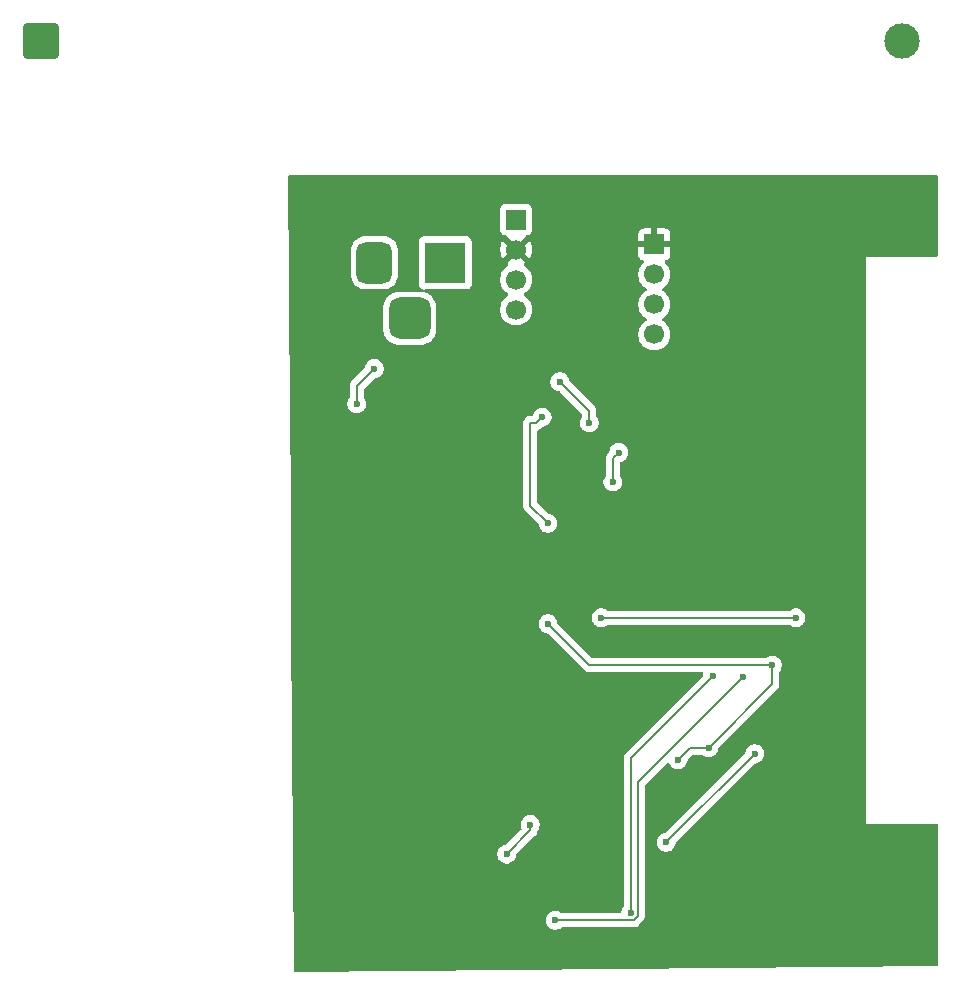
<source format=gbl>
%TF.GenerationSoftware,KiCad,Pcbnew,9.0.6*%
%TF.CreationDate,2026-01-28T16:00:35+00:00*%
%TF.ProjectId,RoomHealthBlackBox,526f6f6d-4865-4616-9c74-68426c61636b,rev?*%
%TF.SameCoordinates,Original*%
%TF.FileFunction,Copper,L2,Bot*%
%TF.FilePolarity,Positive*%
%FSLAX46Y46*%
G04 Gerber Fmt 4.6, Leading zero omitted, Abs format (unit mm)*
G04 Created by KiCad (PCBNEW 9.0.6) date 2026-01-28 16:00:35*
%MOMM*%
%LPD*%
G01*
G04 APERTURE LIST*
G04 Aperture macros list*
%AMRoundRect*
0 Rectangle with rounded corners*
0 $1 Rounding radius*
0 $2 $3 $4 $5 $6 $7 $8 $9 X,Y pos of 4 corners*
0 Add a 4 corners polygon primitive as box body*
4,1,4,$2,$3,$4,$5,$6,$7,$8,$9,$2,$3,0*
0 Add four circle primitives for the rounded corners*
1,1,$1+$1,$2,$3*
1,1,$1+$1,$4,$5*
1,1,$1+$1,$6,$7*
1,1,$1+$1,$8,$9*
0 Add four rect primitives between the rounded corners*
20,1,$1+$1,$2,$3,$4,$5,0*
20,1,$1+$1,$4,$5,$6,$7,0*
20,1,$1+$1,$6,$7,$8,$9,0*
20,1,$1+$1,$8,$9,$2,$3,0*%
G04 Aperture macros list end*
%TA.AperFunction,ComponentPad*%
%ADD10R,1.700000X1.700000*%
%TD*%
%TA.AperFunction,ComponentPad*%
%ADD11C,1.700000*%
%TD*%
%TA.AperFunction,ComponentPad*%
%ADD12R,3.500000X3.500000*%
%TD*%
%TA.AperFunction,ComponentPad*%
%ADD13RoundRect,0.750000X-0.750000X-1.000000X0.750000X-1.000000X0.750000X1.000000X-0.750000X1.000000X0*%
%TD*%
%TA.AperFunction,ComponentPad*%
%ADD14RoundRect,0.875000X-0.875000X-0.875000X0.875000X-0.875000X0.875000X0.875000X-0.875000X0.875000X0*%
%TD*%
%TA.AperFunction,HeatsinkPad*%
%ADD15C,0.600000*%
%TD*%
%TA.AperFunction,ComponentPad*%
%ADD16RoundRect,0.249999X-1.250001X-1.250001X1.250001X-1.250001X1.250001X1.250001X-1.250001X1.250001X0*%
%TD*%
%TA.AperFunction,ComponentPad*%
%ADD17C,3.000000*%
%TD*%
%TA.AperFunction,ViaPad*%
%ADD18C,0.600000*%
%TD*%
%TA.AperFunction,Conductor*%
%ADD19C,0.200000*%
%TD*%
G04 APERTURE END LIST*
D10*
%TO.P,U_CHG1,1,Pin_1*%
%TO.N,/VIN_5V*%
X150801000Y-97272840D03*
D11*
%TO.P,U_CHG1,2,Pin_2*%
%TO.N,GND*%
X150801000Y-99812840D03*
%TO.P,U_CHG1,3,Pin_3*%
%TO.N,/VBAT*%
X150801000Y-102352840D03*
%TO.P,U_CHG1,4,Pin_4*%
%TO.N,Net-(U_CHG1-Pin_4)*%
X150801000Y-104892840D03*
%TD*%
D10*
%TO.P,J_MIC1,1,Pin_1*%
%TO.N,GND*%
X162500000Y-99380000D03*
D11*
%TO.P,J_MIC1,2,Pin_2*%
%TO.N,/MIC_IN_AC*%
X162500000Y-101920000D03*
%TO.P,J_MIC1,3,Pin_3*%
%TO.N,+3V3*%
X162500000Y-104460000D03*
%TO.P,J_MIC1,4*%
%TO.N,N/C*%
X162500000Y-107000000D03*
%TD*%
D12*
%TO.P,J1,1*%
%TO.N,/VIN_5V*%
X144801000Y-100935340D03*
D13*
%TO.P,J1,2*%
%TO.N,Net-(U_CHG1-Pin_4)*%
X138801000Y-100935340D03*
D14*
%TO.P,J1,3*%
%TO.N,N/C*%
X141801000Y-105635340D03*
%TD*%
D15*
%TO.P,U1,39,GND*%
%TO.N,GND*%
X172287500Y-122212500D03*
X170762500Y-122212500D03*
X173050000Y-122975000D03*
X171525000Y-122975000D03*
X170000000Y-122975000D03*
X172287500Y-123737500D03*
X170762500Y-123737500D03*
X173050000Y-124500000D03*
X171525000Y-124500000D03*
X170000000Y-124500000D03*
X172287500Y-125262500D03*
X170762500Y-125262500D03*
%TD*%
D16*
%TO.P,BT1,1,+*%
%TO.N,/VBAT*%
X110545000Y-82200000D03*
D17*
%TO.P,BT1,2,-*%
%TO.N,GND*%
X183445000Y-82200000D03*
%TD*%
D18*
%TO.N,GND*%
X171505000Y-149500000D03*
X156500000Y-117000000D03*
X141451000Y-110192840D03*
X153801000Y-109892840D03*
X159000000Y-130000000D03*
X178865000Y-133167500D03*
X167000000Y-104500000D03*
X149325000Y-129650000D03*
X138250000Y-144020000D03*
X163750000Y-145825000D03*
X148055000Y-120350000D03*
X158470000Y-148175000D03*
X138250000Y-151980000D03*
X174005000Y-145350000D03*
X178865000Y-115667500D03*
X151801000Y-113392840D03*
X174005000Y-153650000D03*
X162000000Y-150000000D03*
X165500000Y-99500000D03*
X183445000Y-93945000D03*
X150335000Y-154325000D03*
X137500000Y-115500000D03*
X153135000Y-129650000D03*
X150595000Y-129650000D03*
X159500000Y-133500000D03*
X161105000Y-118707500D03*
X149325000Y-120350000D03*
X150595000Y-120350000D03*
X170500000Y-98000000D03*
X148055000Y-129650000D03*
X151865000Y-129650000D03*
%TO.N,/VBAT*%
X137301000Y-112892840D03*
X153500000Y-123000000D03*
X153000000Y-114000000D03*
X138801000Y-109892840D03*
%TO.N,/SPI_MOSI*%
X163500000Y-150000000D03*
X171000000Y-142500000D03*
%TO.N,/SPI_CS_SD*%
X160500000Y-156000000D03*
X167435000Y-135935000D03*
%TO.N,/SPI_SCK*%
X170000000Y-136000000D03*
X154101000Y-156601000D03*
%TO.N,/SPI_MISO*%
X150000000Y-151000000D03*
X152000000Y-148500000D03*
%TO.N,/I2C_SDA*%
X167101000Y-142000000D03*
X164500000Y-143000000D03*
X153500000Y-131500000D03*
X172500000Y-135000000D03*
%TO.N,/I2C_SCL*%
X158000000Y-131000000D03*
X174500000Y-131000000D03*
%TO.N,Net-(U1-IO27)*%
X159000000Y-119500000D03*
X159500000Y-117000000D03*
%TO.N,/ADC_VBAT*%
X157000000Y-114500000D03*
X154500000Y-111000000D03*
%TD*%
D19*
%TO.N,/VBAT*%
X137301000Y-111392840D02*
X137301000Y-112892840D01*
X152000000Y-114500000D02*
X152000000Y-121500000D01*
X152000000Y-121500000D02*
X153500000Y-123000000D01*
X153000000Y-114000000D02*
X152500000Y-114500000D01*
X152500000Y-114500000D02*
X152000000Y-114500000D01*
X138801000Y-109892840D02*
X137301000Y-111392840D01*
%TO.N,/SPI_MOSI*%
X171000000Y-142500000D02*
X163500000Y-150000000D01*
%TO.N,/SPI_CS_SD*%
X167435000Y-135935000D02*
X160500000Y-142870000D01*
X160500000Y-142870000D02*
X160500000Y-156000000D01*
%TO.N,/SPI_SCK*%
X160748943Y-156601000D02*
X154101000Y-156601000D01*
X161101000Y-144899000D02*
X161101000Y-156248943D01*
X161101000Y-156248943D02*
X160748943Y-156601000D01*
X170000000Y-136000000D02*
X161101000Y-144899000D01*
%TO.N,/SPI_MISO*%
X152000000Y-149000000D02*
X152000000Y-148500000D01*
X150000000Y-151000000D02*
X152000000Y-149000000D01*
%TO.N,/I2C_SDA*%
X153500000Y-131500000D02*
X157000000Y-135000000D01*
X172500000Y-136601000D02*
X167101000Y-142000000D01*
X164500000Y-143000000D02*
X165500000Y-142000000D01*
X172500000Y-135000000D02*
X172500000Y-136601000D01*
X165500000Y-142000000D02*
X167101000Y-142000000D01*
X157000000Y-135000000D02*
X172500000Y-135000000D01*
%TO.N,/I2C_SCL*%
X158000000Y-131000000D02*
X174500000Y-131000000D01*
%TO.N,Net-(U1-IO27)*%
X159000000Y-119500000D02*
X159000000Y-117500000D01*
X159000000Y-117500000D02*
X159500000Y-117000000D01*
%TO.N,/ADC_VBAT*%
X154500000Y-111000000D02*
X157000000Y-113500000D01*
X157000000Y-113500000D02*
X157000000Y-114500000D01*
%TD*%
%TA.AperFunction,Conductor*%
%TO.N,GND*%
G36*
X186442539Y-93519685D02*
G01*
X186488294Y-93572489D01*
X186499500Y-93624000D01*
X186499500Y-100293500D01*
X186479815Y-100360539D01*
X186427011Y-100406294D01*
X186375500Y-100417500D01*
X180415000Y-100417500D01*
X180415000Y-148417500D01*
X186375500Y-148417500D01*
X186442539Y-148437185D01*
X186488294Y-148489989D01*
X186499500Y-148541500D01*
X186499500Y-160381051D01*
X186479815Y-160448090D01*
X186427011Y-160493845D01*
X186376607Y-160505046D01*
X132120443Y-160989475D01*
X132053231Y-160970390D01*
X132007006Y-160917996D01*
X131995340Y-160866399D01*
X131922213Y-150921153D01*
X149199500Y-150921153D01*
X149199500Y-151078846D01*
X149230261Y-151233489D01*
X149230264Y-151233501D01*
X149290602Y-151379172D01*
X149290609Y-151379185D01*
X149378210Y-151510288D01*
X149378213Y-151510292D01*
X149489707Y-151621786D01*
X149489711Y-151621789D01*
X149620814Y-151709390D01*
X149620827Y-151709397D01*
X149766498Y-151769735D01*
X149766503Y-151769737D01*
X149921153Y-151800499D01*
X149921156Y-151800500D01*
X149921158Y-151800500D01*
X150078844Y-151800500D01*
X150078845Y-151800499D01*
X150233497Y-151769737D01*
X150379179Y-151709394D01*
X150510289Y-151621789D01*
X150621789Y-151510289D01*
X150709394Y-151379179D01*
X150769737Y-151233497D01*
X150789113Y-151136085D01*
X150800638Y-151078150D01*
X150833023Y-151016239D01*
X150834519Y-151014715D01*
X152358506Y-149490727D01*
X152358511Y-149490724D01*
X152368714Y-149480520D01*
X152368716Y-149480520D01*
X152480520Y-149368716D01*
X152537665Y-149269737D01*
X152559577Y-149231785D01*
X152600500Y-149079057D01*
X152600500Y-149079048D01*
X152601561Y-149070997D01*
X152603018Y-149071188D01*
X152620185Y-149012726D01*
X152621398Y-149010874D01*
X152709390Y-148879185D01*
X152709390Y-148879184D01*
X152709394Y-148879179D01*
X152769737Y-148733497D01*
X152800500Y-148578842D01*
X152800500Y-148421158D01*
X152800500Y-148421155D01*
X152800499Y-148421153D01*
X152769738Y-148266510D01*
X152769737Y-148266503D01*
X152769735Y-148266498D01*
X152709397Y-148120827D01*
X152709390Y-148120814D01*
X152621789Y-147989711D01*
X152621786Y-147989707D01*
X152510292Y-147878213D01*
X152510288Y-147878210D01*
X152379185Y-147790609D01*
X152379172Y-147790602D01*
X152233501Y-147730264D01*
X152233489Y-147730261D01*
X152078845Y-147699500D01*
X152078842Y-147699500D01*
X151921158Y-147699500D01*
X151921155Y-147699500D01*
X151766510Y-147730261D01*
X151766498Y-147730264D01*
X151620827Y-147790602D01*
X151620814Y-147790609D01*
X151489711Y-147878210D01*
X151489707Y-147878213D01*
X151378213Y-147989707D01*
X151378210Y-147989711D01*
X151290609Y-148120814D01*
X151290602Y-148120827D01*
X151230264Y-148266498D01*
X151230261Y-148266510D01*
X151199500Y-148421153D01*
X151199500Y-148578846D01*
X151230261Y-148733489D01*
X151230264Y-148733501D01*
X151253328Y-148789182D01*
X151260797Y-148858651D01*
X151229522Y-148921130D01*
X151226448Y-148924315D01*
X149985339Y-150165425D01*
X149924016Y-150198910D01*
X149921850Y-150199361D01*
X149766508Y-150230261D01*
X149766498Y-150230264D01*
X149620827Y-150290602D01*
X149620814Y-150290609D01*
X149489711Y-150378210D01*
X149489707Y-150378213D01*
X149378213Y-150489707D01*
X149378210Y-150489711D01*
X149290609Y-150620814D01*
X149290602Y-150620827D01*
X149230264Y-150766498D01*
X149230261Y-150766510D01*
X149199500Y-150921153D01*
X131922213Y-150921153D01*
X131778831Y-131421153D01*
X152699500Y-131421153D01*
X152699500Y-131578846D01*
X152730261Y-131733489D01*
X152730264Y-131733501D01*
X152790602Y-131879172D01*
X152790609Y-131879185D01*
X152878210Y-132010288D01*
X152878213Y-132010292D01*
X152989707Y-132121786D01*
X152989711Y-132121789D01*
X153120814Y-132209390D01*
X153120827Y-132209397D01*
X153266498Y-132269735D01*
X153266503Y-132269737D01*
X153331147Y-132282595D01*
X153421849Y-132300638D01*
X153483760Y-132333023D01*
X153485339Y-132334574D01*
X156515139Y-135364374D01*
X156515149Y-135364385D01*
X156519479Y-135368715D01*
X156519480Y-135368716D01*
X156631284Y-135480520D01*
X156631286Y-135480521D01*
X156631290Y-135480524D01*
X156768209Y-135559573D01*
X156768216Y-135559577D01*
X156880019Y-135589534D01*
X156920942Y-135600500D01*
X156920943Y-135600500D01*
X166534259Y-135600500D01*
X166554474Y-135606435D01*
X166575513Y-135607564D01*
X166587326Y-135616082D01*
X166601298Y-135620185D01*
X166615092Y-135636104D01*
X166632185Y-135648430D01*
X166637518Y-135661985D01*
X166647053Y-135672989D01*
X166650051Y-135693840D01*
X166657766Y-135713449D01*
X166656436Y-135738246D01*
X166656997Y-135742147D01*
X166655876Y-135748691D01*
X166655876Y-135748692D01*
X166634361Y-135856850D01*
X166601976Y-135918761D01*
X166600425Y-135920339D01*
X160019481Y-142501282D01*
X160019475Y-142501290D01*
X159976075Y-142576463D01*
X159976075Y-142576464D01*
X159940423Y-142638214D01*
X159940423Y-142638215D01*
X159899499Y-142790943D01*
X159899499Y-142790945D01*
X159899499Y-142959046D01*
X159899500Y-142959059D01*
X159899500Y-155420234D01*
X159879815Y-155487273D01*
X159878602Y-155489125D01*
X159790609Y-155620814D01*
X159790602Y-155620827D01*
X159730264Y-155766498D01*
X159730261Y-155766510D01*
X159703571Y-155900691D01*
X159671186Y-155962602D01*
X159610471Y-155997176D01*
X159581954Y-156000500D01*
X154680766Y-156000500D01*
X154613727Y-155980815D01*
X154611875Y-155979602D01*
X154480185Y-155891609D01*
X154480172Y-155891602D01*
X154334501Y-155831264D01*
X154334489Y-155831261D01*
X154179845Y-155800500D01*
X154179842Y-155800500D01*
X154022158Y-155800500D01*
X154022155Y-155800500D01*
X153867510Y-155831261D01*
X153867498Y-155831264D01*
X153721827Y-155891602D01*
X153721814Y-155891609D01*
X153590711Y-155979210D01*
X153590707Y-155979213D01*
X153479213Y-156090707D01*
X153479210Y-156090711D01*
X153391609Y-156221814D01*
X153391602Y-156221827D01*
X153331264Y-156367498D01*
X153331261Y-156367510D01*
X153300500Y-156522153D01*
X153300500Y-156679846D01*
X153331261Y-156834489D01*
X153331264Y-156834501D01*
X153391602Y-156980172D01*
X153391609Y-156980185D01*
X153479210Y-157111288D01*
X153479213Y-157111292D01*
X153590707Y-157222786D01*
X153590711Y-157222789D01*
X153721814Y-157310390D01*
X153721827Y-157310397D01*
X153867498Y-157370735D01*
X153867503Y-157370737D01*
X154022153Y-157401499D01*
X154022156Y-157401500D01*
X154022158Y-157401500D01*
X154179844Y-157401500D01*
X154179845Y-157401499D01*
X154334497Y-157370737D01*
X154480179Y-157310394D01*
X154480185Y-157310390D01*
X154611875Y-157222398D01*
X154678553Y-157201520D01*
X154680766Y-157201500D01*
X160662274Y-157201500D01*
X160662290Y-157201501D01*
X160669886Y-157201501D01*
X160827997Y-157201501D01*
X160828000Y-157201501D01*
X160980728Y-157160577D01*
X161030847Y-157131639D01*
X161117659Y-157081520D01*
X161229463Y-156969716D01*
X161229464Y-156969714D01*
X161581520Y-156617659D01*
X161660577Y-156480728D01*
X161701501Y-156328000D01*
X161701501Y-156169885D01*
X161701501Y-156162290D01*
X161701500Y-156162272D01*
X161701500Y-149921153D01*
X162699500Y-149921153D01*
X162699500Y-150078846D01*
X162730261Y-150233489D01*
X162730264Y-150233501D01*
X162790602Y-150379172D01*
X162790609Y-150379185D01*
X162878210Y-150510288D01*
X162878213Y-150510292D01*
X162989707Y-150621786D01*
X162989711Y-150621789D01*
X163120814Y-150709390D01*
X163120827Y-150709397D01*
X163258683Y-150766498D01*
X163266503Y-150769737D01*
X163421153Y-150800499D01*
X163421156Y-150800500D01*
X163421158Y-150800500D01*
X163578844Y-150800500D01*
X163578845Y-150800499D01*
X163733497Y-150769737D01*
X163879179Y-150709394D01*
X164010289Y-150621789D01*
X164121789Y-150510289D01*
X164209394Y-150379179D01*
X164269737Y-150233497D01*
X164289113Y-150136085D01*
X164300638Y-150078150D01*
X164333023Y-150016239D01*
X164334518Y-150014716D01*
X171014664Y-143334571D01*
X171075985Y-143301088D01*
X171078152Y-143300637D01*
X171078841Y-143300500D01*
X171078842Y-143300500D01*
X171233497Y-143269737D01*
X171379179Y-143209394D01*
X171510289Y-143121789D01*
X171621789Y-143010289D01*
X171709394Y-142879179D01*
X171769737Y-142733497D01*
X171800500Y-142578842D01*
X171800500Y-142421158D01*
X171800500Y-142421155D01*
X171800499Y-142421153D01*
X171769738Y-142266510D01*
X171769738Y-142266508D01*
X171769737Y-142266503D01*
X171756062Y-142233489D01*
X171709397Y-142120827D01*
X171709390Y-142120814D01*
X171621789Y-141989711D01*
X171621786Y-141989707D01*
X171510292Y-141878213D01*
X171510288Y-141878210D01*
X171379185Y-141790609D01*
X171379172Y-141790602D01*
X171233501Y-141730264D01*
X171233489Y-141730261D01*
X171078845Y-141699500D01*
X171078842Y-141699500D01*
X170921158Y-141699500D01*
X170921155Y-141699500D01*
X170766510Y-141730261D01*
X170766498Y-141730264D01*
X170620827Y-141790602D01*
X170620814Y-141790609D01*
X170489711Y-141878210D01*
X170489707Y-141878213D01*
X170378213Y-141989707D01*
X170378210Y-141989711D01*
X170290609Y-142120814D01*
X170290602Y-142120827D01*
X170230264Y-142266498D01*
X170230261Y-142266508D01*
X170199362Y-142421848D01*
X170166977Y-142483759D01*
X170165426Y-142485337D01*
X163485339Y-149165425D01*
X163424016Y-149198910D01*
X163421850Y-149199361D01*
X163266508Y-149230261D01*
X163266498Y-149230264D01*
X163120827Y-149290602D01*
X163120814Y-149290609D01*
X162989711Y-149378210D01*
X162989707Y-149378213D01*
X162878213Y-149489707D01*
X162878210Y-149489711D01*
X162790609Y-149620814D01*
X162790602Y-149620827D01*
X162730264Y-149766498D01*
X162730261Y-149766510D01*
X162699500Y-149921153D01*
X161701500Y-149921153D01*
X161701500Y-145199096D01*
X161721185Y-145132057D01*
X161737814Y-145111420D01*
X163565496Y-143283737D01*
X163626817Y-143250254D01*
X163696509Y-143255238D01*
X163752442Y-143297110D01*
X163767736Y-143323967D01*
X163790604Y-143379175D01*
X163790609Y-143379185D01*
X163878210Y-143510288D01*
X163878213Y-143510292D01*
X163989707Y-143621786D01*
X163989711Y-143621789D01*
X164120814Y-143709390D01*
X164120827Y-143709397D01*
X164266498Y-143769735D01*
X164266503Y-143769737D01*
X164421153Y-143800499D01*
X164421156Y-143800500D01*
X164421158Y-143800500D01*
X164578844Y-143800500D01*
X164578845Y-143800499D01*
X164733497Y-143769737D01*
X164879179Y-143709394D01*
X165010289Y-143621789D01*
X165121789Y-143510289D01*
X165209394Y-143379179D01*
X165269737Y-143233497D01*
X165300500Y-143078842D01*
X165300638Y-143078150D01*
X165333023Y-143016239D01*
X165334514Y-143014720D01*
X165712417Y-142636819D01*
X165773740Y-142603334D01*
X165800098Y-142600500D01*
X166521234Y-142600500D01*
X166588273Y-142620185D01*
X166590125Y-142621398D01*
X166721814Y-142709390D01*
X166721827Y-142709397D01*
X166867498Y-142769735D01*
X166867503Y-142769737D01*
X167022153Y-142800499D01*
X167022156Y-142800500D01*
X167022158Y-142800500D01*
X167179844Y-142800500D01*
X167179845Y-142800499D01*
X167334497Y-142769737D01*
X167480179Y-142709394D01*
X167611289Y-142621789D01*
X167722789Y-142510289D01*
X167810394Y-142379179D01*
X167870737Y-142233497D01*
X167901500Y-142078842D01*
X167901638Y-142078150D01*
X167934023Y-142016239D01*
X167935518Y-142014716D01*
X172868713Y-137081521D01*
X172868716Y-137081520D01*
X172980520Y-136969716D01*
X173030639Y-136882904D01*
X173059577Y-136832785D01*
X173100501Y-136680057D01*
X173100501Y-136521943D01*
X173100501Y-136514348D01*
X173100500Y-136514330D01*
X173100500Y-135579765D01*
X173120185Y-135512726D01*
X173121398Y-135510874D01*
X173209390Y-135379185D01*
X173209390Y-135379184D01*
X173209394Y-135379179D01*
X173269737Y-135233497D01*
X173300500Y-135078842D01*
X173300500Y-134921158D01*
X173300500Y-134921155D01*
X173300499Y-134921153D01*
X173269738Y-134766510D01*
X173269737Y-134766503D01*
X173269735Y-134766498D01*
X173209397Y-134620827D01*
X173209390Y-134620814D01*
X173121789Y-134489711D01*
X173121786Y-134489707D01*
X173010292Y-134378213D01*
X173010288Y-134378210D01*
X172879185Y-134290609D01*
X172879172Y-134290602D01*
X172733501Y-134230264D01*
X172733489Y-134230261D01*
X172578845Y-134199500D01*
X172578842Y-134199500D01*
X172421158Y-134199500D01*
X172421155Y-134199500D01*
X172266510Y-134230261D01*
X172266498Y-134230264D01*
X172120827Y-134290602D01*
X172120814Y-134290609D01*
X171989125Y-134378602D01*
X171922447Y-134399480D01*
X171920234Y-134399500D01*
X157300097Y-134399500D01*
X157233058Y-134379815D01*
X157212416Y-134363181D01*
X154334574Y-131485339D01*
X154301089Y-131424016D01*
X154300638Y-131421849D01*
X154269738Y-131266510D01*
X154269737Y-131266503D01*
X154256062Y-131233489D01*
X154209397Y-131120827D01*
X154209390Y-131120814D01*
X154121790Y-130989712D01*
X154121784Y-130989705D01*
X154053232Y-130921153D01*
X157199500Y-130921153D01*
X157199500Y-131078846D01*
X157230261Y-131233489D01*
X157230264Y-131233501D01*
X157290602Y-131379172D01*
X157290609Y-131379185D01*
X157378210Y-131510288D01*
X157378213Y-131510292D01*
X157489707Y-131621786D01*
X157489711Y-131621789D01*
X157620814Y-131709390D01*
X157620827Y-131709397D01*
X157766498Y-131769735D01*
X157766503Y-131769737D01*
X157921153Y-131800499D01*
X157921156Y-131800500D01*
X157921158Y-131800500D01*
X158078844Y-131800500D01*
X158078845Y-131800499D01*
X158233497Y-131769737D01*
X158379179Y-131709394D01*
X158379185Y-131709390D01*
X158510875Y-131621398D01*
X158577553Y-131600520D01*
X158579766Y-131600500D01*
X173920234Y-131600500D01*
X173987273Y-131620185D01*
X173989125Y-131621398D01*
X174120814Y-131709390D01*
X174120827Y-131709397D01*
X174266498Y-131769735D01*
X174266503Y-131769737D01*
X174421153Y-131800499D01*
X174421156Y-131800500D01*
X174421158Y-131800500D01*
X174578844Y-131800500D01*
X174578845Y-131800499D01*
X174733497Y-131769737D01*
X174879179Y-131709394D01*
X175010289Y-131621789D01*
X175121789Y-131510289D01*
X175209394Y-131379179D01*
X175269737Y-131233497D01*
X175300500Y-131078842D01*
X175300500Y-130921158D01*
X175300500Y-130921155D01*
X175300499Y-130921153D01*
X175274531Y-130790606D01*
X175269737Y-130766503D01*
X175269735Y-130766498D01*
X175209397Y-130620827D01*
X175209390Y-130620814D01*
X175121789Y-130489711D01*
X175121786Y-130489707D01*
X175010292Y-130378213D01*
X175010288Y-130378210D01*
X174879185Y-130290609D01*
X174879172Y-130290602D01*
X174733501Y-130230264D01*
X174733489Y-130230261D01*
X174578845Y-130199500D01*
X174578842Y-130199500D01*
X174421158Y-130199500D01*
X174421155Y-130199500D01*
X174266510Y-130230261D01*
X174266498Y-130230264D01*
X174120827Y-130290602D01*
X174120814Y-130290609D01*
X173989125Y-130378602D01*
X173922447Y-130399480D01*
X173920234Y-130399500D01*
X158579766Y-130399500D01*
X158512727Y-130379815D01*
X158510875Y-130378602D01*
X158379185Y-130290609D01*
X158379172Y-130290602D01*
X158233501Y-130230264D01*
X158233489Y-130230261D01*
X158078845Y-130199500D01*
X158078842Y-130199500D01*
X157921158Y-130199500D01*
X157921155Y-130199500D01*
X157766510Y-130230261D01*
X157766498Y-130230264D01*
X157620827Y-130290602D01*
X157620814Y-130290609D01*
X157489711Y-130378210D01*
X157489707Y-130378213D01*
X157378213Y-130489707D01*
X157378210Y-130489711D01*
X157290609Y-130620814D01*
X157290602Y-130620827D01*
X157230264Y-130766498D01*
X157230261Y-130766510D01*
X157199500Y-130921153D01*
X154053232Y-130921153D01*
X154010292Y-130878213D01*
X154010288Y-130878210D01*
X153879185Y-130790609D01*
X153879172Y-130790602D01*
X153733501Y-130730264D01*
X153733489Y-130730261D01*
X153578845Y-130699500D01*
X153578842Y-130699500D01*
X153421158Y-130699500D01*
X153421155Y-130699500D01*
X153266510Y-130730261D01*
X153266498Y-130730264D01*
X153120827Y-130790602D01*
X153120814Y-130790609D01*
X152989711Y-130878210D01*
X152989707Y-130878213D01*
X152878213Y-130989707D01*
X152878210Y-130989711D01*
X152790609Y-131120814D01*
X152790602Y-131120827D01*
X152730264Y-131266498D01*
X152730261Y-131266510D01*
X152699500Y-131421153D01*
X131778831Y-131421153D01*
X131706463Y-121579054D01*
X151399498Y-121579054D01*
X151440423Y-121731785D01*
X151469358Y-121781900D01*
X151469359Y-121781904D01*
X151469360Y-121781904D01*
X151519479Y-121868714D01*
X151519481Y-121868717D01*
X151638349Y-121987585D01*
X151638355Y-121987590D01*
X152665425Y-123014660D01*
X152698910Y-123075983D01*
X152699361Y-123078149D01*
X152730261Y-123233491D01*
X152730264Y-123233501D01*
X152790602Y-123379172D01*
X152790609Y-123379185D01*
X152878210Y-123510288D01*
X152878213Y-123510292D01*
X152989707Y-123621786D01*
X152989711Y-123621789D01*
X153120814Y-123709390D01*
X153120827Y-123709397D01*
X153266498Y-123769735D01*
X153266503Y-123769737D01*
X153421153Y-123800499D01*
X153421156Y-123800500D01*
X153421158Y-123800500D01*
X153578844Y-123800500D01*
X153578845Y-123800499D01*
X153733497Y-123769737D01*
X153879179Y-123709394D01*
X154010289Y-123621789D01*
X154121789Y-123510289D01*
X154209394Y-123379179D01*
X154269737Y-123233497D01*
X154300500Y-123078842D01*
X154300500Y-122921158D01*
X154300500Y-122921155D01*
X154300499Y-122921153D01*
X154269738Y-122766510D01*
X154269737Y-122766503D01*
X154269735Y-122766498D01*
X154209397Y-122620827D01*
X154209390Y-122620814D01*
X154121789Y-122489711D01*
X154121786Y-122489707D01*
X154010292Y-122378213D01*
X154010288Y-122378210D01*
X153879185Y-122290609D01*
X153879172Y-122290602D01*
X153733501Y-122230264D01*
X153733491Y-122230261D01*
X153578149Y-122199361D01*
X153516238Y-122166976D01*
X153514660Y-122165425D01*
X152636819Y-121287584D01*
X152603334Y-121226261D01*
X152600500Y-121199903D01*
X152600500Y-119421153D01*
X158199500Y-119421153D01*
X158199500Y-119578846D01*
X158230261Y-119733489D01*
X158230264Y-119733501D01*
X158290602Y-119879172D01*
X158290609Y-119879185D01*
X158378210Y-120010288D01*
X158378213Y-120010292D01*
X158489707Y-120121786D01*
X158489711Y-120121789D01*
X158620814Y-120209390D01*
X158620827Y-120209397D01*
X158766498Y-120269735D01*
X158766503Y-120269737D01*
X158921153Y-120300499D01*
X158921156Y-120300500D01*
X158921158Y-120300500D01*
X159078844Y-120300500D01*
X159078845Y-120300499D01*
X159233497Y-120269737D01*
X159379179Y-120209394D01*
X159510289Y-120121789D01*
X159621789Y-120010289D01*
X159709394Y-119879179D01*
X159769737Y-119733497D01*
X159800500Y-119578842D01*
X159800500Y-119421158D01*
X159800500Y-119421155D01*
X159800499Y-119421153D01*
X159769738Y-119266510D01*
X159769737Y-119266503D01*
X159769735Y-119266498D01*
X159709397Y-119120827D01*
X159709390Y-119120814D01*
X159621398Y-118989125D01*
X159600520Y-118922447D01*
X159600500Y-118920234D01*
X159600500Y-117897955D01*
X159620185Y-117830916D01*
X159672989Y-117785161D01*
X159700303Y-117776339D01*
X159733497Y-117769737D01*
X159879179Y-117709394D01*
X160010289Y-117621789D01*
X160121789Y-117510289D01*
X160209394Y-117379179D01*
X160269737Y-117233497D01*
X160300500Y-117078842D01*
X160300500Y-116921158D01*
X160300500Y-116921155D01*
X160300499Y-116921153D01*
X160269738Y-116766510D01*
X160269738Y-116766508D01*
X160269737Y-116766503D01*
X160269735Y-116766498D01*
X160209397Y-116620827D01*
X160209390Y-116620814D01*
X160121789Y-116489711D01*
X160121786Y-116489707D01*
X160010292Y-116378213D01*
X160010288Y-116378210D01*
X159879185Y-116290609D01*
X159879172Y-116290602D01*
X159733501Y-116230264D01*
X159733489Y-116230261D01*
X159578845Y-116199500D01*
X159578842Y-116199500D01*
X159421158Y-116199500D01*
X159421155Y-116199500D01*
X159266510Y-116230261D01*
X159266498Y-116230264D01*
X159120827Y-116290602D01*
X159120814Y-116290609D01*
X158989711Y-116378210D01*
X158989707Y-116378213D01*
X158878213Y-116489707D01*
X158878210Y-116489711D01*
X158790609Y-116620814D01*
X158790602Y-116620827D01*
X158730264Y-116766498D01*
X158730261Y-116766508D01*
X158699362Y-116921847D01*
X158690597Y-116938602D01*
X158686578Y-116957081D01*
X158667834Y-116982118D01*
X158666977Y-116983758D01*
X158665427Y-116985335D01*
X158624224Y-117026538D01*
X158624212Y-117026552D01*
X158519478Y-117131286D01*
X158469361Y-117218094D01*
X158469359Y-117218096D01*
X158440425Y-117268209D01*
X158440424Y-117268210D01*
X158440423Y-117268215D01*
X158399499Y-117420943D01*
X158399499Y-117420945D01*
X158399499Y-117589046D01*
X158399500Y-117589059D01*
X158399500Y-118920234D01*
X158379815Y-118987273D01*
X158378602Y-118989125D01*
X158290609Y-119120814D01*
X158290602Y-119120827D01*
X158230264Y-119266498D01*
X158230261Y-119266510D01*
X158199500Y-119421153D01*
X152600500Y-119421153D01*
X152600500Y-115189903D01*
X152620185Y-115122864D01*
X152672989Y-115077109D01*
X152675088Y-115076173D01*
X152683519Y-115072509D01*
X152731785Y-115059577D01*
X152781904Y-115030639D01*
X152868716Y-114980520D01*
X152980520Y-114868716D01*
X152980521Y-114868714D01*
X153014662Y-114834572D01*
X153075983Y-114801089D01*
X153078150Y-114800638D01*
X153136085Y-114789113D01*
X153233497Y-114769737D01*
X153379179Y-114709394D01*
X153510289Y-114621789D01*
X153621789Y-114510289D01*
X153709394Y-114379179D01*
X153769737Y-114233497D01*
X153800500Y-114078842D01*
X153800500Y-113921158D01*
X153800500Y-113921155D01*
X153800499Y-113921153D01*
X153776419Y-113800097D01*
X153769737Y-113766503D01*
X153739432Y-113693339D01*
X153709397Y-113620827D01*
X153709390Y-113620814D01*
X153621789Y-113489711D01*
X153621786Y-113489707D01*
X153510292Y-113378213D01*
X153510288Y-113378210D01*
X153379185Y-113290609D01*
X153379172Y-113290602D01*
X153233501Y-113230264D01*
X153233489Y-113230261D01*
X153078845Y-113199500D01*
X153078842Y-113199500D01*
X152921158Y-113199500D01*
X152921155Y-113199500D01*
X152766510Y-113230261D01*
X152766498Y-113230264D01*
X152620827Y-113290602D01*
X152620814Y-113290609D01*
X152489711Y-113378210D01*
X152489707Y-113378213D01*
X152378213Y-113489707D01*
X152378210Y-113489711D01*
X152290609Y-113620814D01*
X152290602Y-113620827D01*
X152230264Y-113766498D01*
X152230261Y-113766510D01*
X152223661Y-113799691D01*
X152191276Y-113861602D01*
X152130561Y-113896176D01*
X152102044Y-113899500D01*
X151920943Y-113899500D01*
X151768216Y-113940423D01*
X151768209Y-113940426D01*
X151631290Y-114019475D01*
X151631282Y-114019481D01*
X151519481Y-114131282D01*
X151519475Y-114131290D01*
X151440426Y-114268209D01*
X151440423Y-114268216D01*
X151399500Y-114420943D01*
X151399500Y-121413330D01*
X151399499Y-121413348D01*
X151399499Y-121579054D01*
X151399498Y-121579054D01*
X131706463Y-121579054D01*
X131642014Y-112813993D01*
X136500500Y-112813993D01*
X136500500Y-112971686D01*
X136531261Y-113126329D01*
X136531264Y-113126341D01*
X136591602Y-113272012D01*
X136591609Y-113272025D01*
X136679210Y-113403128D01*
X136679213Y-113403132D01*
X136790707Y-113514626D01*
X136790711Y-113514629D01*
X136921814Y-113602230D01*
X136921827Y-113602237D01*
X137067498Y-113662575D01*
X137067503Y-113662577D01*
X137222153Y-113693339D01*
X137222156Y-113693340D01*
X137222158Y-113693340D01*
X137379844Y-113693340D01*
X137379845Y-113693339D01*
X137534497Y-113662577D01*
X137680179Y-113602234D01*
X137811289Y-113514629D01*
X137922789Y-113403129D01*
X138010394Y-113272019D01*
X138011971Y-113268213D01*
X138040432Y-113199500D01*
X138070737Y-113126337D01*
X138101500Y-112971682D01*
X138101500Y-112813998D01*
X138101500Y-112813995D01*
X138101499Y-112813993D01*
X138070738Y-112659350D01*
X138070737Y-112659343D01*
X138070735Y-112659338D01*
X138010397Y-112513667D01*
X138010390Y-112513654D01*
X137922398Y-112381965D01*
X137901520Y-112315287D01*
X137901500Y-112313074D01*
X137901500Y-111692937D01*
X137921185Y-111625898D01*
X137937819Y-111605256D01*
X138309586Y-111233489D01*
X138621921Y-110921153D01*
X153699500Y-110921153D01*
X153699500Y-111078846D01*
X153730261Y-111233489D01*
X153730264Y-111233501D01*
X153790602Y-111379172D01*
X153790609Y-111379185D01*
X153878210Y-111510288D01*
X153878213Y-111510292D01*
X153989707Y-111621786D01*
X153989711Y-111621789D01*
X154120814Y-111709390D01*
X154120827Y-111709397D01*
X154266498Y-111769735D01*
X154266503Y-111769737D01*
X154331147Y-111782595D01*
X154421849Y-111800638D01*
X154483760Y-111833023D01*
X154485339Y-111834574D01*
X156363181Y-113712416D01*
X156377884Y-113739343D01*
X156394477Y-113765162D01*
X156395368Y-113771362D01*
X156396666Y-113773739D01*
X156399500Y-113800097D01*
X156399500Y-113920234D01*
X156379815Y-113987273D01*
X156378602Y-113989125D01*
X156290609Y-114120814D01*
X156290602Y-114120827D01*
X156230264Y-114266498D01*
X156230261Y-114266510D01*
X156199500Y-114421153D01*
X156199500Y-114578846D01*
X156230261Y-114733489D01*
X156230264Y-114733501D01*
X156290602Y-114879172D01*
X156290609Y-114879185D01*
X156378210Y-115010288D01*
X156378213Y-115010292D01*
X156489707Y-115121786D01*
X156489711Y-115121789D01*
X156620814Y-115209390D01*
X156620827Y-115209397D01*
X156766498Y-115269735D01*
X156766503Y-115269737D01*
X156921153Y-115300499D01*
X156921156Y-115300500D01*
X156921158Y-115300500D01*
X157078844Y-115300500D01*
X157078845Y-115300499D01*
X157233497Y-115269737D01*
X157379179Y-115209394D01*
X157510289Y-115121789D01*
X157621789Y-115010289D01*
X157709394Y-114879179D01*
X157769737Y-114733497D01*
X157800500Y-114578842D01*
X157800500Y-114421158D01*
X157800500Y-114421155D01*
X157800499Y-114421153D01*
X157792148Y-114379172D01*
X157769737Y-114266503D01*
X157756062Y-114233489D01*
X157709397Y-114120827D01*
X157709390Y-114120814D01*
X157621398Y-113989125D01*
X157600520Y-113922447D01*
X157600500Y-113920234D01*
X157600500Y-113589059D01*
X157600501Y-113589046D01*
X157600501Y-113420945D01*
X157600501Y-113420943D01*
X157559577Y-113268215D01*
X157519904Y-113199500D01*
X157480520Y-113131284D01*
X157368716Y-113019480D01*
X157364385Y-113015149D01*
X157364374Y-113015139D01*
X155334574Y-110985339D01*
X155301089Y-110924016D01*
X155300638Y-110921849D01*
X155269738Y-110766510D01*
X155269737Y-110766503D01*
X155239676Y-110693929D01*
X155209397Y-110620827D01*
X155209390Y-110620814D01*
X155121789Y-110489711D01*
X155121786Y-110489707D01*
X155010292Y-110378213D01*
X155010288Y-110378210D01*
X154879185Y-110290609D01*
X154879172Y-110290602D01*
X154733501Y-110230264D01*
X154733489Y-110230261D01*
X154578845Y-110199500D01*
X154578842Y-110199500D01*
X154421158Y-110199500D01*
X154421155Y-110199500D01*
X154266510Y-110230261D01*
X154266498Y-110230264D01*
X154120827Y-110290602D01*
X154120814Y-110290609D01*
X153989711Y-110378210D01*
X153989707Y-110378213D01*
X153878213Y-110489707D01*
X153878210Y-110489711D01*
X153790609Y-110620814D01*
X153790602Y-110620827D01*
X153730264Y-110766498D01*
X153730261Y-110766510D01*
X153699500Y-110921153D01*
X138621921Y-110921153D01*
X138815662Y-110727412D01*
X138876983Y-110693929D01*
X138879150Y-110693478D01*
X138937085Y-110681953D01*
X139034497Y-110662577D01*
X139180179Y-110602234D01*
X139311289Y-110514629D01*
X139422789Y-110403129D01*
X139510394Y-110272019D01*
X139570737Y-110126337D01*
X139601500Y-109971682D01*
X139601500Y-109813998D01*
X139601500Y-109813995D01*
X139601499Y-109813993D01*
X139570738Y-109659350D01*
X139570738Y-109659348D01*
X139570737Y-109659343D01*
X139570735Y-109659338D01*
X139510397Y-109513667D01*
X139510390Y-109513654D01*
X139422789Y-109382551D01*
X139422786Y-109382547D01*
X139311292Y-109271053D01*
X139311288Y-109271050D01*
X139180185Y-109183449D01*
X139180172Y-109183442D01*
X139034501Y-109123104D01*
X139034489Y-109123101D01*
X138879845Y-109092340D01*
X138879842Y-109092340D01*
X138722158Y-109092340D01*
X138722155Y-109092340D01*
X138567510Y-109123101D01*
X138567498Y-109123104D01*
X138421827Y-109183442D01*
X138421814Y-109183449D01*
X138290711Y-109271050D01*
X138290707Y-109271053D01*
X138179213Y-109382547D01*
X138179210Y-109382551D01*
X138091609Y-109513654D01*
X138091602Y-109513667D01*
X138031264Y-109659338D01*
X138031261Y-109659348D01*
X138000361Y-109814690D01*
X137967976Y-109876601D01*
X137966425Y-109878179D01*
X136820481Y-111024122D01*
X136820479Y-111024124D01*
X136804269Y-111052201D01*
X136797418Y-111064069D01*
X136741423Y-111161055D01*
X136700499Y-111313783D01*
X136700499Y-111313785D01*
X136700499Y-111481886D01*
X136700500Y-111481899D01*
X136700500Y-112313074D01*
X136680815Y-112380113D01*
X136679602Y-112381965D01*
X136591609Y-112513654D01*
X136591602Y-112513667D01*
X136531264Y-112659338D01*
X136531261Y-112659350D01*
X136500500Y-112813993D01*
X131642014Y-112813993D01*
X131582108Y-104666726D01*
X139550500Y-104666726D01*
X139550500Y-106603953D01*
X139550501Y-106603992D01*
X139553295Y-106656583D01*
X139553295Y-106656584D01*
X139558551Y-106683760D01*
X139597755Y-106886466D01*
X139646326Y-107015172D01*
X139680425Y-107105529D01*
X139798929Y-107307471D01*
X139798934Y-107307478D01*
X139949856Y-107486481D01*
X139949858Y-107486483D01*
X140128861Y-107637405D01*
X140128868Y-107637410D01*
X140330810Y-107755914D01*
X140549874Y-107838585D01*
X140779759Y-107883045D01*
X140832378Y-107885840D01*
X140832386Y-107885840D01*
X142769614Y-107885840D01*
X142769622Y-107885840D01*
X142822241Y-107883045D01*
X143052126Y-107838585D01*
X143271190Y-107755914D01*
X143473132Y-107637410D01*
X143652142Y-107486482D01*
X143803070Y-107307472D01*
X143921574Y-107105530D01*
X144004245Y-106886466D01*
X144048705Y-106656581D01*
X144051500Y-106603962D01*
X144051500Y-104666718D01*
X144048705Y-104614099D01*
X144004245Y-104384214D01*
X143921574Y-104165150D01*
X143803070Y-103963208D01*
X143803065Y-103963201D01*
X143652143Y-103784198D01*
X143652141Y-103784196D01*
X143473138Y-103633274D01*
X143473131Y-103633269D01*
X143271189Y-103514765D01*
X143173513Y-103477904D01*
X143052126Y-103432095D01*
X143052121Y-103432094D01*
X143052116Y-103432092D01*
X143049470Y-103431580D01*
X143048451Y-103431053D01*
X143047050Y-103430657D01*
X143047130Y-103430371D01*
X142987392Y-103399517D01*
X142952503Y-103338981D01*
X142955881Y-103269193D01*
X142996452Y-103212310D01*
X143061337Y-103186392D01*
X143073009Y-103185839D01*
X146598872Y-103185839D01*
X146658483Y-103179431D01*
X146793331Y-103129136D01*
X146908546Y-103042886D01*
X146994796Y-102927671D01*
X147045091Y-102792823D01*
X147051500Y-102733213D01*
X147051499Y-99137468D01*
X147045091Y-99077857D01*
X147005431Y-98971524D01*
X146994797Y-98943011D01*
X146994793Y-98943004D01*
X146908547Y-98827795D01*
X146908544Y-98827792D01*
X146793335Y-98741546D01*
X146793328Y-98741542D01*
X146658482Y-98691248D01*
X146658483Y-98691248D01*
X146598883Y-98684841D01*
X146598881Y-98684840D01*
X146598873Y-98684840D01*
X146598864Y-98684840D01*
X143003129Y-98684840D01*
X143003123Y-98684841D01*
X142943516Y-98691248D01*
X142808671Y-98741542D01*
X142808664Y-98741546D01*
X142693455Y-98827792D01*
X142693452Y-98827795D01*
X142607206Y-98943004D01*
X142607202Y-98943011D01*
X142556908Y-99077857D01*
X142551303Y-99130000D01*
X142550501Y-99137463D01*
X142550500Y-99137475D01*
X142550500Y-102733210D01*
X142550501Y-102733216D01*
X142556908Y-102792823D01*
X142607202Y-102927668D01*
X142607206Y-102927675D01*
X142693452Y-103042884D01*
X142693455Y-103042887D01*
X142808664Y-103129133D01*
X142808673Y-103129138D01*
X142855937Y-103146766D01*
X142911871Y-103188636D01*
X142936289Y-103254100D01*
X142921438Y-103322373D01*
X142872033Y-103371779D01*
X142806028Y-103386773D01*
X142769657Y-103384841D01*
X142769628Y-103384840D01*
X142769622Y-103384840D01*
X140832378Y-103384840D01*
X140832370Y-103384840D01*
X140832347Y-103384841D01*
X140779756Y-103387635D01*
X140779755Y-103387635D01*
X140549878Y-103432094D01*
X140549876Y-103432094D01*
X140549874Y-103432095D01*
X140475933Y-103459999D01*
X140330810Y-103514765D01*
X140128868Y-103633269D01*
X140128861Y-103633274D01*
X139949858Y-103784196D01*
X139949856Y-103784198D01*
X139798934Y-103963201D01*
X139798929Y-103963208D01*
X139680425Y-104165150D01*
X139625659Y-104310273D01*
X139597755Y-104384214D01*
X139597754Y-104384216D01*
X139597754Y-104384218D01*
X139553295Y-104614095D01*
X139553295Y-104614096D01*
X139550501Y-104666687D01*
X139550500Y-104666726D01*
X131582108Y-104666726D01*
X131546846Y-99871117D01*
X136800500Y-99871117D01*
X136800500Y-101999548D01*
X136800501Y-101999563D01*
X136810904Y-102131753D01*
X136810905Y-102131760D01*
X136865902Y-102350018D01*
X136865903Y-102350021D01*
X136958991Y-102554962D01*
X136958997Y-102554972D01*
X137087174Y-102739985D01*
X137087178Y-102739990D01*
X137087181Y-102739994D01*
X137246346Y-102899159D01*
X137246350Y-102899162D01*
X137246354Y-102899165D01*
X137385603Y-102995637D01*
X137431374Y-103027347D01*
X137636317Y-103120436D01*
X137636321Y-103120437D01*
X137854579Y-103175434D01*
X137854581Y-103175434D01*
X137854588Y-103175436D01*
X137986783Y-103185840D01*
X139615216Y-103185839D01*
X139747412Y-103175436D01*
X139965683Y-103120436D01*
X140170626Y-103027347D01*
X140355654Y-102899159D01*
X140514819Y-102739994D01*
X140643007Y-102554966D01*
X140736096Y-102350023D01*
X140791096Y-102131752D01*
X140801500Y-101999557D01*
X140801499Y-99871124D01*
X140791096Y-99738928D01*
X140736096Y-99520657D01*
X140643007Y-99315714D01*
X140611297Y-99269943D01*
X140514825Y-99130694D01*
X140514822Y-99130690D01*
X140514819Y-99130686D01*
X140355654Y-98971521D01*
X140355650Y-98971518D01*
X140355645Y-98971514D01*
X140170632Y-98843337D01*
X140170630Y-98843335D01*
X140170626Y-98843333D01*
X140136411Y-98827792D01*
X139965681Y-98750243D01*
X139965678Y-98750242D01*
X139747420Y-98695245D01*
X139747413Y-98695244D01*
X139696638Y-98691248D01*
X139615217Y-98684840D01*
X139615215Y-98684840D01*
X137986791Y-98684840D01*
X137986776Y-98684841D01*
X137854586Y-98695244D01*
X137854579Y-98695245D01*
X137636321Y-98750242D01*
X137636318Y-98750243D01*
X137431377Y-98843331D01*
X137431367Y-98843337D01*
X137246354Y-98971514D01*
X137246342Y-98971524D01*
X137087184Y-99130682D01*
X137087174Y-99130694D01*
X136958997Y-99315707D01*
X136958991Y-99315717D01*
X136865903Y-99520658D01*
X136865902Y-99520661D01*
X136810905Y-99738919D01*
X136810904Y-99738926D01*
X136800500Y-99871117D01*
X131546846Y-99871117D01*
X131521139Y-96374975D01*
X149450500Y-96374975D01*
X149450500Y-98170710D01*
X149450501Y-98170716D01*
X149456908Y-98230323D01*
X149507202Y-98365168D01*
X149507206Y-98365175D01*
X149593452Y-98480384D01*
X149593455Y-98480387D01*
X149708664Y-98566633D01*
X149708671Y-98566637D01*
X149753618Y-98583401D01*
X149843517Y-98616931D01*
X149903127Y-98623340D01*
X149913685Y-98623339D01*
X149980723Y-98643019D01*
X150001372Y-98659658D01*
X150671591Y-99329877D01*
X150608007Y-99346915D01*
X150493993Y-99412741D01*
X150400901Y-99505833D01*
X150335075Y-99619847D01*
X150318037Y-99683431D01*
X149685728Y-99051122D01*
X149685727Y-99051122D01*
X149646380Y-99105279D01*
X149549904Y-99294622D01*
X149484242Y-99496709D01*
X149484242Y-99496712D01*
X149451000Y-99706593D01*
X149451000Y-99919086D01*
X149484242Y-100128967D01*
X149484242Y-100128970D01*
X149549904Y-100331057D01*
X149646375Y-100520390D01*
X149685728Y-100574556D01*
X150318037Y-99942248D01*
X150335075Y-100005833D01*
X150400901Y-100119847D01*
X150493993Y-100212939D01*
X150608007Y-100278765D01*
X150671590Y-100295802D01*
X150039282Y-100928109D01*
X150039282Y-100928110D01*
X150093452Y-100967466D01*
X150093451Y-100967466D01*
X150102495Y-100972074D01*
X150153292Y-101020048D01*
X150170087Y-101087869D01*
X150147550Y-101154004D01*
X150102499Y-101193042D01*
X150093182Y-101197789D01*
X149921213Y-101322730D01*
X149770890Y-101473053D01*
X149645951Y-101645019D01*
X149549444Y-101834425D01*
X149483753Y-102036600D01*
X149450500Y-102246553D01*
X149450500Y-102459126D01*
X149477218Y-102627820D01*
X149483754Y-102669083D01*
X149526222Y-102799786D01*
X149549444Y-102871254D01*
X149645951Y-103060660D01*
X149770890Y-103232626D01*
X149921213Y-103382949D01*
X150093182Y-103507890D01*
X150101946Y-103512356D01*
X150152742Y-103560331D01*
X150169536Y-103628152D01*
X150146998Y-103694287D01*
X150101946Y-103733324D01*
X150093182Y-103737789D01*
X149921213Y-103862730D01*
X149770890Y-104013053D01*
X149645951Y-104185019D01*
X149549444Y-104374425D01*
X149483753Y-104576600D01*
X149450500Y-104786553D01*
X149450500Y-104999126D01*
X149477218Y-105167820D01*
X149483754Y-105209083D01*
X149526222Y-105339786D01*
X149549444Y-105411254D01*
X149645951Y-105600660D01*
X149770890Y-105772626D01*
X149921213Y-105922949D01*
X150093179Y-106047888D01*
X150093181Y-106047889D01*
X150093184Y-106047891D01*
X150282588Y-106144397D01*
X150484757Y-106210086D01*
X150694713Y-106243340D01*
X150694714Y-106243340D01*
X150907286Y-106243340D01*
X150907287Y-106243340D01*
X151117243Y-106210086D01*
X151319412Y-106144397D01*
X151508816Y-106047891D01*
X151616176Y-105969890D01*
X151680786Y-105922949D01*
X151680788Y-105922946D01*
X151680792Y-105922944D01*
X151831104Y-105772632D01*
X151831106Y-105772628D01*
X151831109Y-105772626D01*
X151940086Y-105622629D01*
X151956051Y-105600656D01*
X152052557Y-105411252D01*
X152118246Y-105209083D01*
X152151500Y-104999127D01*
X152151500Y-104786553D01*
X152118246Y-104576597D01*
X152052557Y-104374428D01*
X151956051Y-104185024D01*
X151956049Y-104185021D01*
X151956048Y-104185019D01*
X151831109Y-104013053D01*
X151680786Y-103862730D01*
X151508820Y-103737791D01*
X151508115Y-103737431D01*
X151500054Y-103733325D01*
X151449259Y-103685352D01*
X151432463Y-103617532D01*
X151454999Y-103551396D01*
X151500054Y-103512355D01*
X151508816Y-103507891D01*
X151613141Y-103432095D01*
X151680786Y-103382949D01*
X151680788Y-103382946D01*
X151680792Y-103382944D01*
X151831104Y-103232632D01*
X151831106Y-103232628D01*
X151831109Y-103232626D01*
X151940086Y-103082629D01*
X151956051Y-103060656D01*
X152052557Y-102871252D01*
X152118246Y-102669083D01*
X152151500Y-102459127D01*
X152151500Y-102246553D01*
X152118246Y-102036597D01*
X152052557Y-101834428D01*
X152042002Y-101813713D01*
X161149500Y-101813713D01*
X161149500Y-102026287D01*
X161159534Y-102089644D01*
X161182753Y-102236239D01*
X161248444Y-102438414D01*
X161344951Y-102627820D01*
X161469890Y-102799786D01*
X161620213Y-102950109D01*
X161792182Y-103075050D01*
X161800946Y-103079516D01*
X161851742Y-103127491D01*
X161868536Y-103195312D01*
X161845998Y-103261447D01*
X161800946Y-103300484D01*
X161792182Y-103304949D01*
X161620213Y-103429890D01*
X161469890Y-103580213D01*
X161344951Y-103752179D01*
X161248444Y-103941585D01*
X161182753Y-104143760D01*
X161149500Y-104353713D01*
X161149500Y-104566287D01*
X161157072Y-104614095D01*
X161182753Y-104776239D01*
X161248444Y-104978414D01*
X161344951Y-105167820D01*
X161469890Y-105339786D01*
X161620213Y-105490109D01*
X161792182Y-105615050D01*
X161800946Y-105619516D01*
X161851742Y-105667491D01*
X161868536Y-105735312D01*
X161845998Y-105801447D01*
X161800946Y-105840484D01*
X161792182Y-105844949D01*
X161620213Y-105969890D01*
X161469890Y-106120213D01*
X161344951Y-106292179D01*
X161248444Y-106481585D01*
X161182753Y-106683760D01*
X161149500Y-106893713D01*
X161149500Y-107106286D01*
X161181365Y-107307478D01*
X161182754Y-107316243D01*
X161238068Y-107486482D01*
X161248444Y-107518414D01*
X161344951Y-107707820D01*
X161469890Y-107879786D01*
X161620213Y-108030109D01*
X161792179Y-108155048D01*
X161792181Y-108155049D01*
X161792184Y-108155051D01*
X161981588Y-108251557D01*
X162183757Y-108317246D01*
X162393713Y-108350500D01*
X162393714Y-108350500D01*
X162606286Y-108350500D01*
X162606287Y-108350500D01*
X162816243Y-108317246D01*
X163018412Y-108251557D01*
X163207816Y-108155051D01*
X163229789Y-108139086D01*
X163379786Y-108030109D01*
X163379788Y-108030106D01*
X163379792Y-108030104D01*
X163530104Y-107879792D01*
X163530106Y-107879788D01*
X163530109Y-107879786D01*
X163655048Y-107707820D01*
X163655047Y-107707820D01*
X163655051Y-107707816D01*
X163751557Y-107518412D01*
X163817246Y-107316243D01*
X163850500Y-107106287D01*
X163850500Y-106893713D01*
X163817246Y-106683757D01*
X163751557Y-106481588D01*
X163655051Y-106292184D01*
X163655049Y-106292181D01*
X163655048Y-106292179D01*
X163530109Y-106120213D01*
X163379786Y-105969890D01*
X163207820Y-105844951D01*
X163207115Y-105844591D01*
X163199054Y-105840485D01*
X163148259Y-105792512D01*
X163131463Y-105724692D01*
X163153999Y-105658556D01*
X163199054Y-105619515D01*
X163207816Y-105615051D01*
X163229789Y-105599086D01*
X163379786Y-105490109D01*
X163379788Y-105490106D01*
X163379792Y-105490104D01*
X163530104Y-105339792D01*
X163530106Y-105339788D01*
X163530109Y-105339786D01*
X163655048Y-105167820D01*
X163655047Y-105167820D01*
X163655051Y-105167816D01*
X163751557Y-104978412D01*
X163817246Y-104776243D01*
X163850500Y-104566287D01*
X163850500Y-104353713D01*
X163817246Y-104143757D01*
X163751557Y-103941588D01*
X163655051Y-103752184D01*
X163655049Y-103752181D01*
X163655048Y-103752179D01*
X163530109Y-103580213D01*
X163379786Y-103429890D01*
X163207820Y-103304951D01*
X163207115Y-103304591D01*
X163199054Y-103300485D01*
X163148259Y-103252512D01*
X163131463Y-103184692D01*
X163153999Y-103118556D01*
X163199054Y-103079515D01*
X163207816Y-103075051D01*
X163252088Y-103042886D01*
X163379786Y-102950109D01*
X163379788Y-102950106D01*
X163379792Y-102950104D01*
X163530104Y-102799792D01*
X163530106Y-102799788D01*
X163530109Y-102799786D01*
X163655048Y-102627820D01*
X163655047Y-102627820D01*
X163655051Y-102627816D01*
X163751557Y-102438412D01*
X163817246Y-102236243D01*
X163850500Y-102026287D01*
X163850500Y-101813713D01*
X163817246Y-101603757D01*
X163751557Y-101401588D01*
X163655051Y-101212184D01*
X163655049Y-101212181D01*
X163655048Y-101212179D01*
X163530109Y-101040213D01*
X163416181Y-100926285D01*
X163382696Y-100864962D01*
X163387680Y-100795270D01*
X163429552Y-100739337D01*
X163460529Y-100722422D01*
X163592086Y-100673354D01*
X163592093Y-100673350D01*
X163707187Y-100587190D01*
X163707190Y-100587187D01*
X163793350Y-100472093D01*
X163793354Y-100472086D01*
X163843596Y-100337379D01*
X163843598Y-100337372D01*
X163849999Y-100277844D01*
X163850000Y-100277827D01*
X163850000Y-99630000D01*
X162933012Y-99630000D01*
X162965925Y-99572993D01*
X163000000Y-99445826D01*
X163000000Y-99314174D01*
X162965925Y-99187007D01*
X162933012Y-99130000D01*
X163850000Y-99130000D01*
X163850000Y-98482172D01*
X163849999Y-98482155D01*
X163843598Y-98422627D01*
X163843596Y-98422620D01*
X163793354Y-98287913D01*
X163793350Y-98287906D01*
X163707190Y-98172812D01*
X163707187Y-98172809D01*
X163592093Y-98086649D01*
X163592086Y-98086645D01*
X163457379Y-98036403D01*
X163457372Y-98036401D01*
X163397844Y-98030000D01*
X162750000Y-98030000D01*
X162750000Y-98946988D01*
X162692993Y-98914075D01*
X162565826Y-98880000D01*
X162434174Y-98880000D01*
X162307007Y-98914075D01*
X162250000Y-98946988D01*
X162250000Y-98030000D01*
X161602155Y-98030000D01*
X161542627Y-98036401D01*
X161542620Y-98036403D01*
X161407913Y-98086645D01*
X161407906Y-98086649D01*
X161292812Y-98172809D01*
X161292809Y-98172812D01*
X161206649Y-98287906D01*
X161206645Y-98287913D01*
X161156403Y-98422620D01*
X161156401Y-98422627D01*
X161150000Y-98482155D01*
X161150000Y-99130000D01*
X162066988Y-99130000D01*
X162034075Y-99187007D01*
X162000000Y-99314174D01*
X162000000Y-99445826D01*
X162034075Y-99572993D01*
X162066988Y-99630000D01*
X161150000Y-99630000D01*
X161150000Y-100277844D01*
X161156401Y-100337372D01*
X161156403Y-100337379D01*
X161206645Y-100472086D01*
X161206649Y-100472093D01*
X161292809Y-100587187D01*
X161292812Y-100587190D01*
X161407906Y-100673350D01*
X161407913Y-100673354D01*
X161539470Y-100722422D01*
X161595404Y-100764293D01*
X161619821Y-100829758D01*
X161604969Y-100898031D01*
X161583819Y-100926285D01*
X161469889Y-101040215D01*
X161344951Y-101212179D01*
X161248444Y-101401585D01*
X161182753Y-101603760D01*
X161149500Y-101813713D01*
X152042002Y-101813713D01*
X151956051Y-101645024D01*
X151956049Y-101645021D01*
X151956048Y-101645019D01*
X151831109Y-101473053D01*
X151680786Y-101322730D01*
X151508817Y-101197789D01*
X151499504Y-101193044D01*
X151448707Y-101145070D01*
X151431912Y-101077249D01*
X151454449Y-101011114D01*
X151499507Y-100972072D01*
X151508555Y-100967462D01*
X151562716Y-100928110D01*
X151562717Y-100928110D01*
X150930408Y-100295802D01*
X150993993Y-100278765D01*
X151108007Y-100212939D01*
X151201099Y-100119847D01*
X151266925Y-100005833D01*
X151283962Y-99942249D01*
X151916270Y-100574557D01*
X151916270Y-100574556D01*
X151955622Y-100520394D01*
X152052095Y-100331057D01*
X152117757Y-100128970D01*
X152117757Y-100128967D01*
X152151000Y-99919086D01*
X152151000Y-99706593D01*
X152117757Y-99496712D01*
X152117757Y-99496709D01*
X152052095Y-99294622D01*
X151955624Y-99105289D01*
X151916270Y-99051122D01*
X151916269Y-99051122D01*
X151283962Y-99683430D01*
X151266925Y-99619847D01*
X151201099Y-99505833D01*
X151108007Y-99412741D01*
X150993993Y-99346915D01*
X150930409Y-99329877D01*
X151600627Y-98659658D01*
X151661950Y-98626173D01*
X151688307Y-98623339D01*
X151698872Y-98623339D01*
X151758483Y-98616931D01*
X151893331Y-98566636D01*
X152008546Y-98480386D01*
X152033137Y-98447536D01*
X152065325Y-98404540D01*
X152094793Y-98365175D01*
X152094792Y-98365175D01*
X152094796Y-98365171D01*
X152145091Y-98230323D01*
X152151500Y-98170713D01*
X152151499Y-96374968D01*
X152145091Y-96315357D01*
X152094796Y-96180509D01*
X152094795Y-96180508D01*
X152094793Y-96180504D01*
X152008547Y-96065295D01*
X152008544Y-96065292D01*
X151893335Y-95979046D01*
X151893328Y-95979042D01*
X151758482Y-95928748D01*
X151758483Y-95928748D01*
X151698883Y-95922341D01*
X151698881Y-95922340D01*
X151698873Y-95922340D01*
X151698864Y-95922340D01*
X149903129Y-95922340D01*
X149903123Y-95922341D01*
X149843516Y-95928748D01*
X149708671Y-95979042D01*
X149708664Y-95979046D01*
X149593455Y-96065292D01*
X149593452Y-96065295D01*
X149507206Y-96180504D01*
X149507202Y-96180511D01*
X149456908Y-96315357D01*
X149450501Y-96374956D01*
X149450501Y-96374963D01*
X149450500Y-96374975D01*
X131521139Y-96374975D01*
X131500918Y-93624910D01*
X131520109Y-93557729D01*
X131572576Y-93511587D01*
X131624915Y-93500000D01*
X186375500Y-93500000D01*
X186442539Y-93519685D01*
G37*
%TD.AperFunction*%
%TD*%
M02*

</source>
